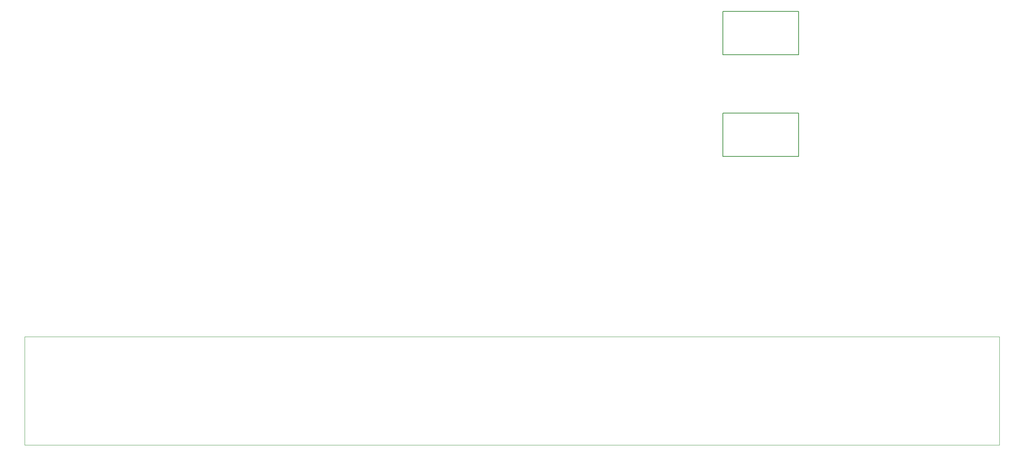
<source format=gm1>
G04 #@! TF.GenerationSoftware,KiCad,Pcbnew,8.0.7*
G04 #@! TF.CreationDate,2025-07-02T21:53:42-04:00*
G04 #@! TF.ProjectId,ESP32_laptop-strip.kicad_pcb,45535033-325f-46c6-9170-746f702d7374,rev?*
G04 #@! TF.SameCoordinates,Original*
G04 #@! TF.FileFunction,Profile,NP*
%FSLAX46Y46*%
G04 Gerber Fmt 4.6, Leading zero omitted, Abs format (unit mm)*
G04 Created by KiCad (PCBNEW 8.0.7) date 2025-07-02 21:53:42*
%MOMM*%
%LPD*%
G01*
G04 APERTURE LIST*
G04 #@! TA.AperFunction,Profile*
%ADD10C,0.100000*%
G04 #@! TD*
G04 #@! TA.AperFunction,Profile*
%ADD11C,0.150000*%
G04 #@! TD*
G04 APERTURE END LIST*
D10*
X18000000Y-99500000D02*
X242500000Y-99500000D01*
X242500000Y-124500000D01*
X18000000Y-124500000D01*
X18000000Y-99500000D01*
D11*
X178750000Y-24500000D02*
X196250000Y-24500000D01*
X196250000Y-34500000D01*
X178750000Y-34500000D01*
X178750000Y-24500000D01*
X178750000Y-48000000D02*
X196250000Y-48000000D01*
X196250000Y-58000000D01*
X178750000Y-58000000D01*
X178750000Y-48000000D01*
M02*

</source>
